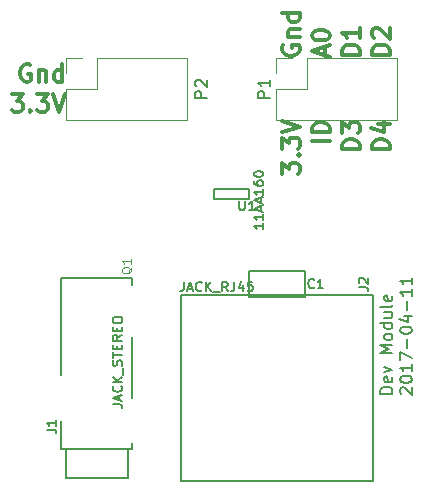
<source format=gbr>
G04 #@! TF.FileFunction,Legend,Top*
%FSLAX46Y46*%
G04 Gerber Fmt 4.6, Leading zero omitted, Abs format (unit mm)*
G04 Created by KiCad (PCBNEW 4.0.5) date 04/11/17 14:31:45*
%MOMM*%
%LPD*%
G01*
G04 APERTURE LIST*
%ADD10C,0.100000*%
%ADD11C,0.152400*%
%ADD12C,0.300000*%
%ADD13C,0.149860*%
%ADD14C,0.120000*%
%ADD15C,0.150000*%
%ADD16C,0.119380*%
G04 APERTURE END LIST*
D10*
D11*
X60581419Y-58813095D02*
X59565419Y-58813095D01*
X59565419Y-58571190D01*
X59613800Y-58426048D01*
X59710562Y-58329286D01*
X59807324Y-58280905D01*
X60000848Y-58232524D01*
X60145990Y-58232524D01*
X60339514Y-58280905D01*
X60436276Y-58329286D01*
X60533038Y-58426048D01*
X60581419Y-58571190D01*
X60581419Y-58813095D01*
X60533038Y-57410048D02*
X60581419Y-57506810D01*
X60581419Y-57700333D01*
X60533038Y-57797095D01*
X60436276Y-57845476D01*
X60049229Y-57845476D01*
X59952467Y-57797095D01*
X59904086Y-57700333D01*
X59904086Y-57506810D01*
X59952467Y-57410048D01*
X60049229Y-57361667D01*
X60145990Y-57361667D01*
X60242752Y-57845476D01*
X59904086Y-57023000D02*
X60581419Y-56781095D01*
X59904086Y-56539191D01*
X60581419Y-55378048D02*
X59565419Y-55378048D01*
X60291133Y-55039382D01*
X59565419Y-54700715D01*
X60581419Y-54700715D01*
X60581419Y-54071762D02*
X60533038Y-54168524D01*
X60484657Y-54216905D01*
X60387895Y-54265286D01*
X60097610Y-54265286D01*
X60000848Y-54216905D01*
X59952467Y-54168524D01*
X59904086Y-54071762D01*
X59904086Y-53926620D01*
X59952467Y-53829858D01*
X60000848Y-53781477D01*
X60097610Y-53733096D01*
X60387895Y-53733096D01*
X60484657Y-53781477D01*
X60533038Y-53829858D01*
X60581419Y-53926620D01*
X60581419Y-54071762D01*
X60581419Y-52862239D02*
X59565419Y-52862239D01*
X60533038Y-52862239D02*
X60581419Y-52959001D01*
X60581419Y-53152524D01*
X60533038Y-53249286D01*
X60484657Y-53297667D01*
X60387895Y-53346048D01*
X60097610Y-53346048D01*
X60000848Y-53297667D01*
X59952467Y-53249286D01*
X59904086Y-53152524D01*
X59904086Y-52959001D01*
X59952467Y-52862239D01*
X59904086Y-51943001D02*
X60581419Y-51943001D01*
X59904086Y-52378429D02*
X60436276Y-52378429D01*
X60533038Y-52330048D01*
X60581419Y-52233286D01*
X60581419Y-52088144D01*
X60533038Y-51991382D01*
X60484657Y-51943001D01*
X60581419Y-51314048D02*
X60533038Y-51410810D01*
X60436276Y-51459191D01*
X59565419Y-51459191D01*
X60533038Y-50539954D02*
X60581419Y-50636716D01*
X60581419Y-50830239D01*
X60533038Y-50927001D01*
X60436276Y-50975382D01*
X60049229Y-50975382D01*
X59952467Y-50927001D01*
X59904086Y-50830239D01*
X59904086Y-50636716D01*
X59952467Y-50539954D01*
X60049229Y-50491573D01*
X60145990Y-50491573D01*
X60242752Y-50975382D01*
X61338581Y-58861476D02*
X61290200Y-58813095D01*
X61241819Y-58716333D01*
X61241819Y-58474429D01*
X61290200Y-58377667D01*
X61338581Y-58329286D01*
X61435343Y-58280905D01*
X61532105Y-58280905D01*
X61677248Y-58329286D01*
X62257819Y-58909857D01*
X62257819Y-58280905D01*
X61241819Y-57651952D02*
X61241819Y-57555191D01*
X61290200Y-57458429D01*
X61338581Y-57410048D01*
X61435343Y-57361667D01*
X61628867Y-57313286D01*
X61870771Y-57313286D01*
X62064295Y-57361667D01*
X62161057Y-57410048D01*
X62209438Y-57458429D01*
X62257819Y-57555191D01*
X62257819Y-57651952D01*
X62209438Y-57748714D01*
X62161057Y-57797095D01*
X62064295Y-57845476D01*
X61870771Y-57893857D01*
X61628867Y-57893857D01*
X61435343Y-57845476D01*
X61338581Y-57797095D01*
X61290200Y-57748714D01*
X61241819Y-57651952D01*
X62257819Y-56345667D02*
X62257819Y-56926238D01*
X62257819Y-56635952D02*
X61241819Y-56635952D01*
X61386962Y-56732714D01*
X61483724Y-56829476D01*
X61532105Y-56926238D01*
X61241819Y-56007000D02*
X61241819Y-55329667D01*
X62257819Y-55765095D01*
X61870771Y-54942619D02*
X61870771Y-54168524D01*
X61241819Y-53491190D02*
X61241819Y-53394429D01*
X61290200Y-53297667D01*
X61338581Y-53249286D01*
X61435343Y-53200905D01*
X61628867Y-53152524D01*
X61870771Y-53152524D01*
X62064295Y-53200905D01*
X62161057Y-53249286D01*
X62209438Y-53297667D01*
X62257819Y-53394429D01*
X62257819Y-53491190D01*
X62209438Y-53587952D01*
X62161057Y-53636333D01*
X62064295Y-53684714D01*
X61870771Y-53733095D01*
X61628867Y-53733095D01*
X61435343Y-53684714D01*
X61338581Y-53636333D01*
X61290200Y-53587952D01*
X61241819Y-53491190D01*
X61580486Y-52281667D02*
X62257819Y-52281667D01*
X61193438Y-52523571D02*
X61919152Y-52765476D01*
X61919152Y-52136524D01*
X61870771Y-51749476D02*
X61870771Y-50975381D01*
X62257819Y-49959381D02*
X62257819Y-50539952D01*
X62257819Y-50249666D02*
X61241819Y-50249666D01*
X61386962Y-50346428D01*
X61483724Y-50443190D01*
X61532105Y-50539952D01*
X62257819Y-48991762D02*
X62257819Y-49572333D01*
X62257819Y-49282047D02*
X61241819Y-49282047D01*
X61386962Y-49378809D01*
X61483724Y-49475571D01*
X61532105Y-49572333D01*
D12*
X28377144Y-33468571D02*
X29305715Y-33468571D01*
X28805715Y-34040000D01*
X29020001Y-34040000D01*
X29162858Y-34111429D01*
X29234287Y-34182857D01*
X29305715Y-34325714D01*
X29305715Y-34682857D01*
X29234287Y-34825714D01*
X29162858Y-34897143D01*
X29020001Y-34968571D01*
X28591429Y-34968571D01*
X28448572Y-34897143D01*
X28377144Y-34825714D01*
X29948572Y-34825714D02*
X30020000Y-34897143D01*
X29948572Y-34968571D01*
X29877143Y-34897143D01*
X29948572Y-34825714D01*
X29948572Y-34968571D01*
X30520001Y-33468571D02*
X31448572Y-33468571D01*
X30948572Y-34040000D01*
X31162858Y-34040000D01*
X31305715Y-34111429D01*
X31377144Y-34182857D01*
X31448572Y-34325714D01*
X31448572Y-34682857D01*
X31377144Y-34825714D01*
X31305715Y-34897143D01*
X31162858Y-34968571D01*
X30734286Y-34968571D01*
X30591429Y-34897143D01*
X30520001Y-34825714D01*
X31877143Y-33468571D02*
X32377143Y-34968571D01*
X32877143Y-33468571D01*
X29948571Y-31000000D02*
X29805714Y-30928571D01*
X29591428Y-30928571D01*
X29377143Y-31000000D01*
X29234285Y-31142857D01*
X29162857Y-31285714D01*
X29091428Y-31571429D01*
X29091428Y-31785714D01*
X29162857Y-32071429D01*
X29234285Y-32214286D01*
X29377143Y-32357143D01*
X29591428Y-32428571D01*
X29734285Y-32428571D01*
X29948571Y-32357143D01*
X30020000Y-32285714D01*
X30020000Y-31785714D01*
X29734285Y-31785714D01*
X30662857Y-31428571D02*
X30662857Y-32428571D01*
X30662857Y-31571429D02*
X30734285Y-31500000D01*
X30877143Y-31428571D01*
X31091428Y-31428571D01*
X31234285Y-31500000D01*
X31305714Y-31642857D01*
X31305714Y-32428571D01*
X32662857Y-32428571D02*
X32662857Y-30928571D01*
X32662857Y-32357143D02*
X32520000Y-32428571D01*
X32234286Y-32428571D01*
X32091428Y-32357143D01*
X32020000Y-32285714D01*
X31948571Y-32142857D01*
X31948571Y-31714286D01*
X32020000Y-31571429D01*
X32091428Y-31500000D01*
X32234286Y-31428571D01*
X32520000Y-31428571D01*
X32662857Y-31500000D01*
X60368571Y-38131428D02*
X58868571Y-38131428D01*
X58868571Y-37774285D01*
X58940000Y-37560000D01*
X59082857Y-37417142D01*
X59225714Y-37345714D01*
X59511429Y-37274285D01*
X59725714Y-37274285D01*
X60011429Y-37345714D01*
X60154286Y-37417142D01*
X60297143Y-37560000D01*
X60368571Y-37774285D01*
X60368571Y-38131428D01*
X59368571Y-35988571D02*
X60368571Y-35988571D01*
X58797143Y-36345714D02*
X59868571Y-36702857D01*
X59868571Y-35774285D01*
X57828571Y-38131428D02*
X56328571Y-38131428D01*
X56328571Y-37774285D01*
X56400000Y-37560000D01*
X56542857Y-37417142D01*
X56685714Y-37345714D01*
X56971429Y-37274285D01*
X57185714Y-37274285D01*
X57471429Y-37345714D01*
X57614286Y-37417142D01*
X57757143Y-37560000D01*
X57828571Y-37774285D01*
X57828571Y-38131428D01*
X56328571Y-36774285D02*
X56328571Y-35845714D01*
X56900000Y-36345714D01*
X56900000Y-36131428D01*
X56971429Y-35988571D01*
X57042857Y-35917142D01*
X57185714Y-35845714D01*
X57542857Y-35845714D01*
X57685714Y-35917142D01*
X57757143Y-35988571D01*
X57828571Y-36131428D01*
X57828571Y-36560000D01*
X57757143Y-36702857D01*
X57685714Y-36774285D01*
X55288571Y-37417143D02*
X53788571Y-37417143D01*
X55288571Y-36702857D02*
X53788571Y-36702857D01*
X53788571Y-36345714D01*
X53860000Y-36131429D01*
X54002857Y-35988571D01*
X54145714Y-35917143D01*
X54431429Y-35845714D01*
X54645714Y-35845714D01*
X54931429Y-35917143D01*
X55074286Y-35988571D01*
X55217143Y-36131429D01*
X55288571Y-36345714D01*
X55288571Y-36702857D01*
X51248571Y-40202856D02*
X51248571Y-39274285D01*
X51820000Y-39774285D01*
X51820000Y-39559999D01*
X51891429Y-39417142D01*
X51962857Y-39345713D01*
X52105714Y-39274285D01*
X52462857Y-39274285D01*
X52605714Y-39345713D01*
X52677143Y-39417142D01*
X52748571Y-39559999D01*
X52748571Y-39988571D01*
X52677143Y-40131428D01*
X52605714Y-40202856D01*
X52605714Y-38631428D02*
X52677143Y-38560000D01*
X52748571Y-38631428D01*
X52677143Y-38702857D01*
X52605714Y-38631428D01*
X52748571Y-38631428D01*
X51248571Y-38059999D02*
X51248571Y-37131428D01*
X51820000Y-37631428D01*
X51820000Y-37417142D01*
X51891429Y-37274285D01*
X51962857Y-37202856D01*
X52105714Y-37131428D01*
X52462857Y-37131428D01*
X52605714Y-37202856D01*
X52677143Y-37274285D01*
X52748571Y-37417142D01*
X52748571Y-37845714D01*
X52677143Y-37988571D01*
X52605714Y-38059999D01*
X51248571Y-36702857D02*
X52748571Y-36202857D01*
X51248571Y-35702857D01*
X60368571Y-30122857D02*
X58868571Y-30122857D01*
X58868571Y-29765714D01*
X58940000Y-29551429D01*
X59082857Y-29408571D01*
X59225714Y-29337143D01*
X59511429Y-29265714D01*
X59725714Y-29265714D01*
X60011429Y-29337143D01*
X60154286Y-29408571D01*
X60297143Y-29551429D01*
X60368571Y-29765714D01*
X60368571Y-30122857D01*
X59011429Y-28694286D02*
X58940000Y-28622857D01*
X58868571Y-28480000D01*
X58868571Y-28122857D01*
X58940000Y-27980000D01*
X59011429Y-27908571D01*
X59154286Y-27837143D01*
X59297143Y-27837143D01*
X59511429Y-27908571D01*
X60368571Y-28765714D01*
X60368571Y-27837143D01*
X57828571Y-30122857D02*
X56328571Y-30122857D01*
X56328571Y-29765714D01*
X56400000Y-29551429D01*
X56542857Y-29408571D01*
X56685714Y-29337143D01*
X56971429Y-29265714D01*
X57185714Y-29265714D01*
X57471429Y-29337143D01*
X57614286Y-29408571D01*
X57757143Y-29551429D01*
X57828571Y-29765714D01*
X57828571Y-30122857D01*
X57828571Y-27837143D02*
X57828571Y-28694286D01*
X57828571Y-28265714D02*
X56328571Y-28265714D01*
X56542857Y-28408571D01*
X56685714Y-28551429D01*
X56757143Y-28694286D01*
X54860000Y-30194286D02*
X54860000Y-29480000D01*
X55288571Y-30337143D02*
X53788571Y-29837143D01*
X55288571Y-29337143D01*
X53788571Y-28551429D02*
X53788571Y-28408572D01*
X53860000Y-28265715D01*
X53931429Y-28194286D01*
X54074286Y-28122857D01*
X54360000Y-28051429D01*
X54717143Y-28051429D01*
X55002857Y-28122857D01*
X55145714Y-28194286D01*
X55217143Y-28265715D01*
X55288571Y-28408572D01*
X55288571Y-28551429D01*
X55217143Y-28694286D01*
X55145714Y-28765715D01*
X55002857Y-28837143D01*
X54717143Y-28908572D01*
X54360000Y-28908572D01*
X54074286Y-28837143D01*
X53931429Y-28765715D01*
X53860000Y-28694286D01*
X53788571Y-28551429D01*
X51320000Y-29337143D02*
X51248571Y-29480000D01*
X51248571Y-29694286D01*
X51320000Y-29908571D01*
X51462857Y-30051429D01*
X51605714Y-30122857D01*
X51891429Y-30194286D01*
X52105714Y-30194286D01*
X52391429Y-30122857D01*
X52534286Y-30051429D01*
X52677143Y-29908571D01*
X52748571Y-29694286D01*
X52748571Y-29551429D01*
X52677143Y-29337143D01*
X52605714Y-29265714D01*
X52105714Y-29265714D01*
X52105714Y-29551429D01*
X51748571Y-28622857D02*
X52748571Y-28622857D01*
X51891429Y-28622857D02*
X51820000Y-28551429D01*
X51748571Y-28408571D01*
X51748571Y-28194286D01*
X51820000Y-28051429D01*
X51962857Y-27980000D01*
X52748571Y-27980000D01*
X52748571Y-26622857D02*
X51248571Y-26622857D01*
X52677143Y-26622857D02*
X52748571Y-26765714D01*
X52748571Y-27051428D01*
X52677143Y-27194286D01*
X52605714Y-27265714D01*
X52462857Y-27337143D01*
X52034286Y-27337143D01*
X51891429Y-27265714D01*
X51820000Y-27194286D01*
X51748571Y-27051428D01*
X51748571Y-26765714D01*
X51820000Y-26622857D01*
D13*
X53162200Y-50596800D02*
X53162200Y-48463200D01*
X48437800Y-48463200D02*
X53162200Y-48463200D01*
X53136800Y-50596800D02*
X48437800Y-50596800D01*
X48437800Y-50596800D02*
X48437800Y-48463200D01*
D11*
X32562800Y-63500000D02*
X32562800Y-61112400D01*
X32562800Y-57251600D02*
X32562800Y-48996600D01*
X38557200Y-49580800D02*
X38557200Y-48996600D01*
X38557200Y-59182000D02*
X38557200Y-54000400D01*
X38557200Y-63500000D02*
X38557200Y-63017400D01*
X38176200Y-63500000D02*
X38176200Y-65989200D01*
X38176200Y-65989200D02*
X32943800Y-65989200D01*
X32943800Y-65989200D02*
X32943800Y-63500000D01*
X32562800Y-48996600D02*
X38557200Y-48996600D01*
X38557200Y-63500000D02*
X32562800Y-63500000D01*
D14*
X53340000Y-30420000D02*
X61020000Y-30420000D01*
X61020000Y-30420000D02*
X61020000Y-35620000D01*
X61020000Y-35620000D02*
X50740000Y-35620000D01*
X50740000Y-35620000D02*
X50740000Y-33020000D01*
X50740000Y-33020000D02*
X53340000Y-33020000D01*
X53340000Y-33020000D02*
X53340000Y-30420000D01*
X52070000Y-30420000D02*
X50740000Y-30420000D01*
X50740000Y-30420000D02*
X50740000Y-31690000D01*
X35560000Y-30420000D02*
X43240000Y-30420000D01*
X43240000Y-30420000D02*
X43240000Y-35620000D01*
X43240000Y-35620000D02*
X32960000Y-35620000D01*
X32960000Y-35620000D02*
X32960000Y-33020000D01*
X32960000Y-33020000D02*
X35560000Y-33020000D01*
X35560000Y-33020000D02*
X35560000Y-30420000D01*
X34290000Y-30420000D02*
X32960000Y-30420000D01*
X32960000Y-30420000D02*
X32960000Y-31690000D01*
D13*
X48488600Y-42341800D02*
X45491400Y-42341800D01*
X45491400Y-42341800D02*
X45491400Y-41478200D01*
X45491400Y-41478200D02*
X48488600Y-41478200D01*
X48488600Y-41478200D02*
X48488600Y-42341800D01*
X42670000Y-66240000D02*
X42670000Y-50490000D01*
X42670000Y-50490000D02*
X58930000Y-50490000D01*
X58930000Y-50490000D02*
X58930000Y-66240000D01*
X58930000Y-66240000D02*
X42670000Y-66240000D01*
D15*
X53968667Y-49815714D02*
X53930572Y-49853810D01*
X53816286Y-49891905D01*
X53740096Y-49891905D01*
X53625810Y-49853810D01*
X53549619Y-49777619D01*
X53511524Y-49701429D01*
X53473429Y-49549048D01*
X53473429Y-49434762D01*
X53511524Y-49282381D01*
X53549619Y-49206190D01*
X53625810Y-49130000D01*
X53740096Y-49091905D01*
X53816286Y-49091905D01*
X53930572Y-49130000D01*
X53968667Y-49168095D01*
X54730572Y-49891905D02*
X54273429Y-49891905D01*
X54502000Y-49891905D02*
X54502000Y-49091905D01*
X54425810Y-49206190D01*
X54349619Y-49282381D01*
X54273429Y-49320476D01*
D11*
X31311905Y-61861666D02*
X31883333Y-61861666D01*
X31997619Y-61899762D01*
X32073810Y-61975952D01*
X32111905Y-62090238D01*
X32111905Y-62166428D01*
X32111905Y-61061666D02*
X32111905Y-61518809D01*
X32111905Y-61290238D02*
X31311905Y-61290238D01*
X31426190Y-61366428D01*
X31502381Y-61442619D01*
X31540476Y-61518809D01*
X36899905Y-59695905D02*
X37471333Y-59695905D01*
X37585619Y-59734001D01*
X37661810Y-59810191D01*
X37699905Y-59924477D01*
X37699905Y-60000667D01*
X37471333Y-59353048D02*
X37471333Y-58972096D01*
X37699905Y-59429239D02*
X36899905Y-59162572D01*
X37699905Y-58895905D01*
X37623714Y-58172096D02*
X37661810Y-58210191D01*
X37699905Y-58324477D01*
X37699905Y-58400667D01*
X37661810Y-58514953D01*
X37585619Y-58591144D01*
X37509429Y-58629239D01*
X37357048Y-58667334D01*
X37242762Y-58667334D01*
X37090381Y-58629239D01*
X37014190Y-58591144D01*
X36938000Y-58514953D01*
X36899905Y-58400667D01*
X36899905Y-58324477D01*
X36938000Y-58210191D01*
X36976095Y-58172096D01*
X37699905Y-57829239D02*
X36899905Y-57829239D01*
X37699905Y-57372096D02*
X37242762Y-57714953D01*
X36899905Y-57372096D02*
X37357048Y-57829239D01*
X37776095Y-57219715D02*
X37776095Y-56610191D01*
X37661810Y-56457810D02*
X37699905Y-56343524D01*
X37699905Y-56153048D01*
X37661810Y-56076858D01*
X37623714Y-56038762D01*
X37547524Y-56000667D01*
X37471333Y-56000667D01*
X37395143Y-56038762D01*
X37357048Y-56076858D01*
X37318952Y-56153048D01*
X37280857Y-56305429D01*
X37242762Y-56381620D01*
X37204667Y-56419715D01*
X37128476Y-56457810D01*
X37052286Y-56457810D01*
X36976095Y-56419715D01*
X36938000Y-56381620D01*
X36899905Y-56305429D01*
X36899905Y-56114953D01*
X36938000Y-56000667D01*
X36899905Y-55772096D02*
X36899905Y-55314953D01*
X37699905Y-55543524D02*
X36899905Y-55543524D01*
X37280857Y-55048286D02*
X37280857Y-54781619D01*
X37699905Y-54667333D02*
X37699905Y-55048286D01*
X36899905Y-55048286D01*
X36899905Y-54667333D01*
X37699905Y-53867333D02*
X37318952Y-54134000D01*
X37699905Y-54324476D02*
X36899905Y-54324476D01*
X36899905Y-54019714D01*
X36938000Y-53943523D01*
X36976095Y-53905428D01*
X37052286Y-53867333D01*
X37166571Y-53867333D01*
X37242762Y-53905428D01*
X37280857Y-53943523D01*
X37318952Y-54019714D01*
X37318952Y-54324476D01*
X37280857Y-53524476D02*
X37280857Y-53257809D01*
X37699905Y-53143523D02*
X37699905Y-53524476D01*
X36899905Y-53524476D01*
X36899905Y-53143523D01*
X36899905Y-52648285D02*
X36899905Y-52495904D01*
X36938000Y-52419713D01*
X37014190Y-52343523D01*
X37166571Y-52305428D01*
X37433238Y-52305428D01*
X37585619Y-52343523D01*
X37661810Y-52419713D01*
X37699905Y-52495904D01*
X37699905Y-52648285D01*
X37661810Y-52724475D01*
X37585619Y-52800666D01*
X37433238Y-52838761D01*
X37166571Y-52838761D01*
X37014190Y-52800666D01*
X36938000Y-52724475D01*
X36899905Y-52648285D01*
D15*
X50192381Y-33758095D02*
X49192381Y-33758095D01*
X49192381Y-33377142D01*
X49240000Y-33281904D01*
X49287619Y-33234285D01*
X49382857Y-33186666D01*
X49525714Y-33186666D01*
X49620952Y-33234285D01*
X49668571Y-33281904D01*
X49716190Y-33377142D01*
X49716190Y-33758095D01*
X50192381Y-32234285D02*
X50192381Y-32805714D01*
X50192381Y-32520000D02*
X49192381Y-32520000D01*
X49335238Y-32615238D01*
X49430476Y-32710476D01*
X49478095Y-32805714D01*
X44902381Y-33758095D02*
X43902381Y-33758095D01*
X43902381Y-33377142D01*
X43950000Y-33281904D01*
X43997619Y-33234285D01*
X44092857Y-33186666D01*
X44235714Y-33186666D01*
X44330952Y-33234285D01*
X44378571Y-33281904D01*
X44426190Y-33377142D01*
X44426190Y-33758095D01*
X43997619Y-32805714D02*
X43950000Y-32758095D01*
X43902381Y-32662857D01*
X43902381Y-32424761D01*
X43950000Y-32329523D01*
X43997619Y-32281904D01*
X44092857Y-32234285D01*
X44188095Y-32234285D01*
X44330952Y-32281904D01*
X44902381Y-32853333D01*
X44902381Y-32234285D01*
D16*
X38517286Y-48078571D02*
X38481000Y-48151143D01*
X38408429Y-48223714D01*
X38299571Y-48332571D01*
X38263286Y-48405143D01*
X38263286Y-48477714D01*
X38444714Y-48441429D02*
X38408429Y-48514000D01*
X38335857Y-48586571D01*
X38190714Y-48622857D01*
X37936714Y-48622857D01*
X37791571Y-48586571D01*
X37719000Y-48514000D01*
X37682714Y-48441429D01*
X37682714Y-48296286D01*
X37719000Y-48223714D01*
X37791571Y-48151143D01*
X37936714Y-48114857D01*
X38190714Y-48114857D01*
X38335857Y-48151143D01*
X38408429Y-48223714D01*
X38444714Y-48296286D01*
X38444714Y-48441429D01*
X38444714Y-47389143D02*
X38444714Y-47824571D01*
X38444714Y-47606857D02*
X37682714Y-47606857D01*
X37791571Y-47679428D01*
X37864143Y-47752000D01*
X37900429Y-47824571D01*
D15*
X47650476Y-42487905D02*
X47650476Y-43135524D01*
X47688571Y-43211714D01*
X47726667Y-43249810D01*
X47802857Y-43287905D01*
X47955238Y-43287905D01*
X48031429Y-43249810D01*
X48069524Y-43211714D01*
X48107619Y-43135524D01*
X48107619Y-42487905D01*
X48907619Y-43287905D02*
X48450476Y-43287905D01*
X48679047Y-43287905D02*
X48679047Y-42487905D01*
X48602857Y-42602190D01*
X48526666Y-42678381D01*
X48450476Y-42716476D01*
X49663305Y-44398952D02*
X49663305Y-44856095D01*
X49663305Y-44627524D02*
X48863305Y-44627524D01*
X48977590Y-44703714D01*
X49053781Y-44779905D01*
X49091876Y-44856095D01*
X49663305Y-43637047D02*
X49663305Y-44094190D01*
X49663305Y-43865619D02*
X48863305Y-43865619D01*
X48977590Y-43941809D01*
X49053781Y-44018000D01*
X49091876Y-44094190D01*
X49434733Y-43332285D02*
X49434733Y-42951333D01*
X49663305Y-43408476D02*
X48863305Y-43141809D01*
X49663305Y-42875142D01*
X49434733Y-42646571D02*
X49434733Y-42265619D01*
X49663305Y-42722762D02*
X48863305Y-42456095D01*
X49663305Y-42189428D01*
X49663305Y-41503714D02*
X49663305Y-41960857D01*
X49663305Y-41732286D02*
X48863305Y-41732286D01*
X48977590Y-41808476D01*
X49053781Y-41884667D01*
X49091876Y-41960857D01*
X48863305Y-40818000D02*
X48863305Y-40970381D01*
X48901400Y-41046571D01*
X48939495Y-41084666D01*
X49053781Y-41160857D01*
X49206162Y-41198952D01*
X49510924Y-41198952D01*
X49587114Y-41160857D01*
X49625210Y-41122762D01*
X49663305Y-41046571D01*
X49663305Y-40894190D01*
X49625210Y-40818000D01*
X49587114Y-40779904D01*
X49510924Y-40741809D01*
X49320448Y-40741809D01*
X49244257Y-40779904D01*
X49206162Y-40818000D01*
X49168067Y-40894190D01*
X49168067Y-41046571D01*
X49206162Y-41122762D01*
X49244257Y-41160857D01*
X49320448Y-41198952D01*
X48863305Y-40246571D02*
X48863305Y-40170380D01*
X48901400Y-40094190D01*
X48939495Y-40056095D01*
X49015686Y-40017999D01*
X49168067Y-39979904D01*
X49358543Y-39979904D01*
X49510924Y-40017999D01*
X49587114Y-40056095D01*
X49625210Y-40094190D01*
X49663305Y-40170380D01*
X49663305Y-40246571D01*
X49625210Y-40322761D01*
X49587114Y-40360857D01*
X49510924Y-40398952D01*
X49358543Y-40437047D01*
X49168067Y-40437047D01*
X49015686Y-40398952D01*
X48939495Y-40360857D01*
X48901400Y-40322761D01*
X48863305Y-40246571D01*
X57727905Y-49796666D02*
X58299333Y-49796666D01*
X58413619Y-49834762D01*
X58489810Y-49910952D01*
X58527905Y-50025238D01*
X58527905Y-50101428D01*
X57804095Y-49453809D02*
X57766000Y-49415714D01*
X57727905Y-49339523D01*
X57727905Y-49149047D01*
X57766000Y-49072857D01*
X57804095Y-49034761D01*
X57880286Y-48996666D01*
X57956476Y-48996666D01*
X58070762Y-49034761D01*
X58527905Y-49491904D01*
X58527905Y-48996666D01*
X42920000Y-49345905D02*
X42920000Y-49917333D01*
X42881904Y-50031619D01*
X42805714Y-50107810D01*
X42691428Y-50145905D01*
X42615238Y-50145905D01*
X43262857Y-49917333D02*
X43643809Y-49917333D01*
X43186666Y-50145905D02*
X43453333Y-49345905D01*
X43720000Y-50145905D01*
X44443809Y-50069714D02*
X44405714Y-50107810D01*
X44291428Y-50145905D01*
X44215238Y-50145905D01*
X44100952Y-50107810D01*
X44024761Y-50031619D01*
X43986666Y-49955429D01*
X43948571Y-49803048D01*
X43948571Y-49688762D01*
X43986666Y-49536381D01*
X44024761Y-49460190D01*
X44100952Y-49384000D01*
X44215238Y-49345905D01*
X44291428Y-49345905D01*
X44405714Y-49384000D01*
X44443809Y-49422095D01*
X44786666Y-50145905D02*
X44786666Y-49345905D01*
X45243809Y-50145905D02*
X44900952Y-49688762D01*
X45243809Y-49345905D02*
X44786666Y-49803048D01*
X45396190Y-50222095D02*
X46005714Y-50222095D01*
X46653333Y-50145905D02*
X46386666Y-49764952D01*
X46196190Y-50145905D02*
X46196190Y-49345905D01*
X46500952Y-49345905D01*
X46577143Y-49384000D01*
X46615238Y-49422095D01*
X46653333Y-49498286D01*
X46653333Y-49612571D01*
X46615238Y-49688762D01*
X46577143Y-49726857D01*
X46500952Y-49764952D01*
X46196190Y-49764952D01*
X47224762Y-49345905D02*
X47224762Y-49917333D01*
X47186666Y-50031619D01*
X47110476Y-50107810D01*
X46996190Y-50145905D01*
X46920000Y-50145905D01*
X47948571Y-49612571D02*
X47948571Y-50145905D01*
X47758095Y-49307810D02*
X47567619Y-49879238D01*
X48062857Y-49879238D01*
X48748572Y-49345905D02*
X48367619Y-49345905D01*
X48329524Y-49726857D01*
X48367619Y-49688762D01*
X48443810Y-49650667D01*
X48634286Y-49650667D01*
X48710476Y-49688762D01*
X48748572Y-49726857D01*
X48786667Y-49803048D01*
X48786667Y-49993524D01*
X48748572Y-50069714D01*
X48710476Y-50107810D01*
X48634286Y-50145905D01*
X48443810Y-50145905D01*
X48367619Y-50107810D01*
X48329524Y-50069714D01*
M02*

</source>
